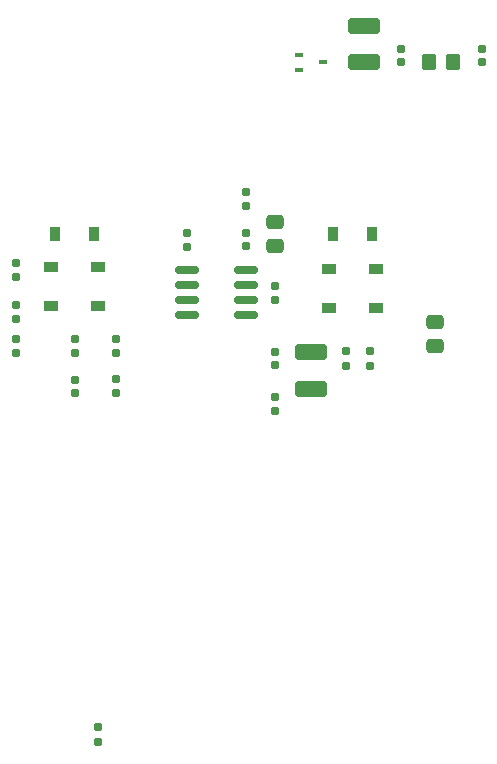
<source format=gbr>
%TF.GenerationSoftware,KiCad,Pcbnew,(6.0.7-1)-1*%
%TF.CreationDate,2022-12-18T15:37:26+01:00*%
%TF.ProjectId,overdrive,6f766572-6472-4697-9665-2e6b69636164,rev?*%
%TF.SameCoordinates,Original*%
%TF.FileFunction,Paste,Top*%
%TF.FilePolarity,Positive*%
%FSLAX46Y46*%
G04 Gerber Fmt 4.6, Leading zero omitted, Abs format (unit mm)*
G04 Created by KiCad (PCBNEW (6.0.7-1)-1) date 2022-12-18 15:37:26*
%MOMM*%
%LPD*%
G01*
G04 APERTURE LIST*
G04 Aperture macros list*
%AMRoundRect*
0 Rectangle with rounded corners*
0 $1 Rounding radius*
0 $2 $3 $4 $5 $6 $7 $8 $9 X,Y pos of 4 corners*
0 Add a 4 corners polygon primitive as box body*
4,1,4,$2,$3,$4,$5,$6,$7,$8,$9,$2,$3,0*
0 Add four circle primitives for the rounded corners*
1,1,$1+$1,$2,$3*
1,1,$1+$1,$4,$5*
1,1,$1+$1,$6,$7*
1,1,$1+$1,$8,$9*
0 Add four rect primitives between the rounded corners*
20,1,$1+$1,$2,$3,$4,$5,0*
20,1,$1+$1,$4,$5,$6,$7,0*
20,1,$1+$1,$6,$7,$8,$9,0*
20,1,$1+$1,$8,$9,$2,$3,0*%
G04 Aperture macros list end*
%ADD10R,0.900000X1.200000*%
%ADD11RoundRect,0.160000X0.160000X-0.197500X0.160000X0.197500X-0.160000X0.197500X-0.160000X-0.197500X0*%
%ADD12RoundRect,0.250000X1.100000X-0.412500X1.100000X0.412500X-1.100000X0.412500X-1.100000X-0.412500X0*%
%ADD13R,1.200000X0.900000*%
%ADD14RoundRect,0.160000X-0.160000X0.197500X-0.160000X-0.197500X0.160000X-0.197500X0.160000X0.197500X0*%
%ADD15RoundRect,0.155000X0.155000X-0.212500X0.155000X0.212500X-0.155000X0.212500X-0.155000X-0.212500X0*%
%ADD16RoundRect,0.250000X-0.475000X0.337500X-0.475000X-0.337500X0.475000X-0.337500X0.475000X0.337500X0*%
%ADD17RoundRect,0.250000X-0.350000X-0.450000X0.350000X-0.450000X0.350000X0.450000X-0.350000X0.450000X0*%
%ADD18RoundRect,0.150000X-0.825000X-0.150000X0.825000X-0.150000X0.825000X0.150000X-0.825000X0.150000X0*%
%ADD19R,0.700000X0.450000*%
%ADD20RoundRect,0.155000X-0.155000X0.212500X-0.155000X-0.212500X0.155000X-0.212500X0.155000X0.212500X0*%
%ADD21RoundRect,0.250000X-1.100000X0.412500X-1.100000X-0.412500X1.100000X-0.412500X1.100000X0.412500X0*%
%ADD22RoundRect,0.250000X0.475000X-0.337500X0.475000X0.337500X-0.475000X0.337500X-0.475000X-0.337500X0*%
G04 APERTURE END LIST*
D10*
%TO.C,D4*%
X67650000Y-73000000D03*
X64350000Y-73000000D03*
%TD*%
D11*
%TO.C,R6*%
X91000000Y-84160000D03*
X91000000Y-82965000D03*
%TD*%
D12*
%TO.C,C2*%
X90500000Y-58500000D03*
X90500000Y-55375000D03*
%TD*%
D13*
%TO.C,D2*%
X64000000Y-75850000D03*
X64000000Y-79150000D03*
%TD*%
D14*
%TO.C,R1*%
X69500000Y-85322500D03*
X69500000Y-86517500D03*
%TD*%
%TO.C,R7*%
X89000000Y-82965000D03*
X89000000Y-84160000D03*
%TD*%
D11*
%TO.C,R4*%
X61000000Y-80195000D03*
X61000000Y-79000000D03*
%TD*%
D15*
%TO.C,C7*%
X61000000Y-76635000D03*
X61000000Y-75500000D03*
%TD*%
%TO.C,C1*%
X66000000Y-86487500D03*
X66000000Y-85352500D03*
%TD*%
%TO.C,C3*%
X61000000Y-83067500D03*
X61000000Y-81932500D03*
%TD*%
D13*
%TO.C,D3*%
X68000000Y-79150000D03*
X68000000Y-75850000D03*
%TD*%
D16*
%TO.C,C12*%
X96500000Y-80462500D03*
X96500000Y-82537500D03*
%TD*%
D11*
%TO.C,R11*%
X83000000Y-78597500D03*
X83000000Y-77402500D03*
%TD*%
D13*
%TO.C,D7*%
X87500000Y-79310000D03*
X87500000Y-76010000D03*
%TD*%
D11*
%TO.C,R2*%
X66000000Y-83097500D03*
X66000000Y-81902500D03*
%TD*%
D17*
%TO.C,R5*%
X96000000Y-58500000D03*
X98000000Y-58500000D03*
%TD*%
D15*
%TO.C,C8*%
X80500000Y-74067500D03*
X80500000Y-72932500D03*
%TD*%
D11*
%TO.C,R3*%
X69500000Y-83097500D03*
X69500000Y-81902500D03*
%TD*%
D18*
%TO.C,U1*%
X75525000Y-76095000D03*
X75525000Y-77365000D03*
X75525000Y-78635000D03*
X75525000Y-79905000D03*
X80475000Y-79905000D03*
X80475000Y-78635000D03*
X80475000Y-77365000D03*
X80475000Y-76095000D03*
%TD*%
D15*
%TO.C,C4*%
X93600000Y-58500000D03*
X93600000Y-57365000D03*
%TD*%
D19*
%TO.C,D1*%
X85000000Y-57850000D03*
X85000000Y-59150000D03*
X87000000Y-58500000D03*
%TD*%
D11*
%TO.C,R8*%
X75500000Y-74097500D03*
X75500000Y-72902500D03*
%TD*%
D13*
%TO.C,D6*%
X91500000Y-76010000D03*
X91500000Y-79310000D03*
%TD*%
D10*
%TO.C,D5*%
X87850000Y-73000000D03*
X91150000Y-73000000D03*
%TD*%
D14*
%TO.C,R10*%
X68000000Y-114805000D03*
X68000000Y-116000000D03*
%TD*%
D20*
%TO.C,C11*%
X80500000Y-69500000D03*
X80500000Y-70635000D03*
%TD*%
D21*
%TO.C,C9*%
X86000000Y-83000000D03*
X86000000Y-86125000D03*
%TD*%
D22*
%TO.C,C6*%
X83000000Y-74075000D03*
X83000000Y-72000000D03*
%TD*%
D15*
%TO.C,C5*%
X100500000Y-58500000D03*
X100500000Y-57365000D03*
%TD*%
D20*
%TO.C,C10*%
X83000000Y-82995000D03*
X83000000Y-84130000D03*
%TD*%
D11*
%TO.C,R9*%
X83000000Y-88000000D03*
X83000000Y-86805000D03*
%TD*%
M02*

</source>
